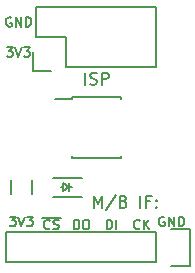
<source format=gbr>
G04 #@! TF.FileFunction,Legend,Top*
%FSLAX46Y46*%
G04 Gerber Fmt 4.6, Leading zero omitted, Abs format (unit mm)*
G04 Created by KiCad (PCBNEW 4.0.1-stable) date Thu 28 Jan 2016 04:51:10 PM EET*
%MOMM*%
G01*
G04 APERTURE LIST*
%ADD10C,0.100000*%
%ADD11C,0.200000*%
%ADD12C,0.150000*%
G04 APERTURE END LIST*
D10*
D11*
X148360143Y-117292381D02*
X148360143Y-116292381D01*
X148693477Y-117006667D01*
X149026810Y-116292381D01*
X149026810Y-117292381D01*
X150217286Y-116244762D02*
X149360143Y-117530476D01*
X150883953Y-116768571D02*
X151026810Y-116816190D01*
X151074429Y-116863810D01*
X151122048Y-116959048D01*
X151122048Y-117101905D01*
X151074429Y-117197143D01*
X151026810Y-117244762D01*
X150931572Y-117292381D01*
X150550619Y-117292381D01*
X150550619Y-116292381D01*
X150883953Y-116292381D01*
X150979191Y-116340000D01*
X151026810Y-116387619D01*
X151074429Y-116482857D01*
X151074429Y-116578095D01*
X151026810Y-116673333D01*
X150979191Y-116720952D01*
X150883953Y-116768571D01*
X150550619Y-116768571D01*
X152312524Y-117292381D02*
X152312524Y-116292381D01*
X153122048Y-116768571D02*
X152788714Y-116768571D01*
X152788714Y-117292381D02*
X152788714Y-116292381D01*
X153264905Y-116292381D01*
X153645857Y-117197143D02*
X153693476Y-117244762D01*
X153645857Y-117292381D01*
X153598238Y-117244762D01*
X153645857Y-117197143D01*
X153645857Y-117292381D01*
X153645857Y-116673333D02*
X153693476Y-116720952D01*
X153645857Y-116768571D01*
X153598238Y-116720952D01*
X153645857Y-116673333D01*
X153645857Y-116768571D01*
X147613810Y-106878381D02*
X147613810Y-105878381D01*
X148042381Y-106830762D02*
X148185238Y-106878381D01*
X148423334Y-106878381D01*
X148518572Y-106830762D01*
X148566191Y-106783143D01*
X148613810Y-106687905D01*
X148613810Y-106592667D01*
X148566191Y-106497429D01*
X148518572Y-106449810D01*
X148423334Y-106402190D01*
X148232857Y-106354571D01*
X148137619Y-106306952D01*
X148090000Y-106259333D01*
X148042381Y-106164095D01*
X148042381Y-106068857D01*
X148090000Y-105973619D01*
X148137619Y-105926000D01*
X148232857Y-105878381D01*
X148470953Y-105878381D01*
X148613810Y-105926000D01*
X149042381Y-106878381D02*
X149042381Y-105878381D01*
X149423334Y-105878381D01*
X149518572Y-105926000D01*
X149566191Y-105973619D01*
X149613810Y-106068857D01*
X149613810Y-106211714D01*
X149566191Y-106306952D01*
X149518572Y-106354571D01*
X149423334Y-106402190D01*
X149042381Y-106402190D01*
X141376477Y-101200000D02*
X141300286Y-101161905D01*
X141186001Y-101161905D01*
X141071715Y-101200000D01*
X140995524Y-101276190D01*
X140957429Y-101352381D01*
X140919334Y-101504762D01*
X140919334Y-101619048D01*
X140957429Y-101771429D01*
X140995524Y-101847619D01*
X141071715Y-101923810D01*
X141186001Y-101961905D01*
X141262191Y-101961905D01*
X141376477Y-101923810D01*
X141414572Y-101885714D01*
X141414572Y-101619048D01*
X141262191Y-101619048D01*
X141757429Y-101961905D02*
X141757429Y-101161905D01*
X142214572Y-101961905D01*
X142214572Y-101161905D01*
X142595524Y-101961905D02*
X142595524Y-101161905D01*
X142786000Y-101161905D01*
X142900286Y-101200000D01*
X142976477Y-101276190D01*
X143014572Y-101352381D01*
X143052667Y-101504762D01*
X143052667Y-101619048D01*
X143014572Y-101771429D01*
X142976477Y-101847619D01*
X142900286Y-101923810D01*
X142786000Y-101961905D01*
X142595524Y-101961905D01*
X140995524Y-103701905D02*
X141490762Y-103701905D01*
X141224095Y-104006667D01*
X141338381Y-104006667D01*
X141414571Y-104044762D01*
X141452667Y-104082857D01*
X141490762Y-104159048D01*
X141490762Y-104349524D01*
X141452667Y-104425714D01*
X141414571Y-104463810D01*
X141338381Y-104501905D01*
X141109809Y-104501905D01*
X141033619Y-104463810D01*
X140995524Y-104425714D01*
X141719333Y-103701905D02*
X141986000Y-104501905D01*
X142252667Y-103701905D01*
X142443143Y-103701905D02*
X142938381Y-103701905D01*
X142671714Y-104006667D01*
X142786000Y-104006667D01*
X142862190Y-104044762D01*
X142900286Y-104082857D01*
X142938381Y-104159048D01*
X142938381Y-104349524D01*
X142900286Y-104425714D01*
X142862190Y-104463810D01*
X142786000Y-104501905D01*
X142557428Y-104501905D01*
X142481238Y-104463810D01*
X142443143Y-104425714D01*
X154330477Y-118091000D02*
X154254286Y-118052905D01*
X154140001Y-118052905D01*
X154025715Y-118091000D01*
X153949524Y-118167190D01*
X153911429Y-118243381D01*
X153873334Y-118395762D01*
X153873334Y-118510048D01*
X153911429Y-118662429D01*
X153949524Y-118738619D01*
X154025715Y-118814810D01*
X154140001Y-118852905D01*
X154216191Y-118852905D01*
X154330477Y-118814810D01*
X154368572Y-118776714D01*
X154368572Y-118510048D01*
X154216191Y-118510048D01*
X154711429Y-118852905D02*
X154711429Y-118052905D01*
X155168572Y-118852905D01*
X155168572Y-118052905D01*
X155549524Y-118852905D02*
X155549524Y-118052905D01*
X155740000Y-118052905D01*
X155854286Y-118091000D01*
X155930477Y-118167190D01*
X155968572Y-118243381D01*
X156006667Y-118395762D01*
X156006667Y-118510048D01*
X155968572Y-118662429D01*
X155930477Y-118738619D01*
X155854286Y-118814810D01*
X155740000Y-118852905D01*
X155549524Y-118852905D01*
X152247619Y-119030714D02*
X152209524Y-119068810D01*
X152095238Y-119106905D01*
X152019048Y-119106905D01*
X151904762Y-119068810D01*
X151828571Y-118992619D01*
X151790476Y-118916429D01*
X151752381Y-118764048D01*
X151752381Y-118649762D01*
X151790476Y-118497381D01*
X151828571Y-118421190D01*
X151904762Y-118345000D01*
X152019048Y-118306905D01*
X152095238Y-118306905D01*
X152209524Y-118345000D01*
X152247619Y-118383095D01*
X152590476Y-119106905D02*
X152590476Y-118306905D01*
X153047619Y-119106905D02*
X152704762Y-118649762D01*
X153047619Y-118306905D02*
X152590476Y-118764048D01*
X149460000Y-119106905D02*
X149460000Y-118306905D01*
X149650476Y-118306905D01*
X149764762Y-118345000D01*
X149840953Y-118421190D01*
X149879048Y-118497381D01*
X149917143Y-118649762D01*
X149917143Y-118764048D01*
X149879048Y-118916429D01*
X149840953Y-118992619D01*
X149764762Y-119068810D01*
X149650476Y-119106905D01*
X149460000Y-119106905D01*
X150260000Y-119106905D02*
X150260000Y-118306905D01*
X146691429Y-119106905D02*
X146691429Y-118306905D01*
X146881905Y-118306905D01*
X146996191Y-118345000D01*
X147072382Y-118421190D01*
X147110477Y-118497381D01*
X147148572Y-118649762D01*
X147148572Y-118764048D01*
X147110477Y-118916429D01*
X147072382Y-118992619D01*
X146996191Y-119068810D01*
X146881905Y-119106905D01*
X146691429Y-119106905D01*
X147643810Y-118306905D02*
X147796191Y-118306905D01*
X147872382Y-118345000D01*
X147948572Y-118421190D01*
X147986667Y-118573571D01*
X147986667Y-118840238D01*
X147948572Y-118992619D01*
X147872382Y-119068810D01*
X147796191Y-119106905D01*
X147643810Y-119106905D01*
X147567620Y-119068810D01*
X147491429Y-118992619D01*
X147453334Y-118840238D01*
X147453334Y-118573571D01*
X147491429Y-118421190D01*
X147567620Y-118345000D01*
X147643810Y-118306905D01*
X144646667Y-119030714D02*
X144608572Y-119068810D01*
X144494286Y-119106905D01*
X144418096Y-119106905D01*
X144303810Y-119068810D01*
X144227619Y-118992619D01*
X144189524Y-118916429D01*
X144151429Y-118764048D01*
X144151429Y-118649762D01*
X144189524Y-118497381D01*
X144227619Y-118421190D01*
X144303810Y-118345000D01*
X144418096Y-118306905D01*
X144494286Y-118306905D01*
X144608572Y-118345000D01*
X144646667Y-118383095D01*
X144951429Y-119068810D02*
X145065715Y-119106905D01*
X145256191Y-119106905D01*
X145332381Y-119068810D01*
X145370477Y-119030714D01*
X145408572Y-118954524D01*
X145408572Y-118878333D01*
X145370477Y-118802143D01*
X145332381Y-118764048D01*
X145256191Y-118725952D01*
X145103810Y-118687857D01*
X145027619Y-118649762D01*
X144989524Y-118611667D01*
X144951429Y-118535476D01*
X144951429Y-118459286D01*
X144989524Y-118383095D01*
X145027619Y-118345000D01*
X145103810Y-118306905D01*
X145294286Y-118306905D01*
X145408572Y-118345000D01*
X143999048Y-118169000D02*
X145560953Y-118169000D01*
X141249524Y-118052905D02*
X141744762Y-118052905D01*
X141478095Y-118357667D01*
X141592381Y-118357667D01*
X141668571Y-118395762D01*
X141706667Y-118433857D01*
X141744762Y-118510048D01*
X141744762Y-118700524D01*
X141706667Y-118776714D01*
X141668571Y-118814810D01*
X141592381Y-118852905D01*
X141363809Y-118852905D01*
X141287619Y-118814810D01*
X141249524Y-118776714D01*
X141973333Y-118052905D02*
X142240000Y-118852905D01*
X142506667Y-118052905D01*
X142697143Y-118052905D02*
X143192381Y-118052905D01*
X142925714Y-118357667D01*
X143040000Y-118357667D01*
X143116190Y-118395762D01*
X143154286Y-118433857D01*
X143192381Y-118510048D01*
X143192381Y-118700524D01*
X143154286Y-118776714D01*
X143116190Y-118814810D01*
X143040000Y-118852905D01*
X142811428Y-118852905D01*
X142735238Y-118814810D01*
X142697143Y-118776714D01*
D12*
X146515000Y-107915000D02*
X146515000Y-108060000D01*
X150665000Y-107915000D02*
X150665000Y-108060000D01*
X150665000Y-113065000D02*
X150665000Y-112920000D01*
X146515000Y-113065000D02*
X146515000Y-112920000D01*
X146515000Y-107915000D02*
X150665000Y-107915000D01*
X146515000Y-113065000D02*
X150665000Y-113065000D01*
X146515000Y-108060000D02*
X145115000Y-108060000D01*
X145800000Y-115570000D02*
X145550000Y-115570000D01*
X146300000Y-115570000D02*
X146550000Y-115570000D01*
X146300000Y-115570000D02*
X145800000Y-115920000D01*
X145800000Y-115920000D02*
X145800000Y-115220000D01*
X145800000Y-115220000D02*
X146300000Y-115570000D01*
X146300000Y-115920000D02*
X146300000Y-115220000D01*
X147350000Y-114770000D02*
X144950000Y-114770000D01*
X147350000Y-116370000D02*
X144950000Y-116370000D01*
X146050000Y-105410000D02*
X153670000Y-105410000D01*
X153670000Y-105410000D02*
X153670000Y-100330000D01*
X153670000Y-100330000D02*
X143510000Y-100330000D01*
X143510000Y-100330000D02*
X143510000Y-102870000D01*
X143230000Y-104140000D02*
X143230000Y-105690000D01*
X143510000Y-102870000D02*
X146050000Y-102870000D01*
X146050000Y-102870000D02*
X146050000Y-105410000D01*
X143230000Y-105690000D02*
X144780000Y-105690000D01*
X153670000Y-119380000D02*
X140970000Y-119380000D01*
X140970000Y-119380000D02*
X140970000Y-121920000D01*
X140970000Y-121920000D02*
X153670000Y-121920000D01*
X156490000Y-119100000D02*
X154940000Y-119100000D01*
X153670000Y-119380000D02*
X153670000Y-121920000D01*
X154940000Y-122200000D02*
X156490000Y-122200000D01*
X156490000Y-122200000D02*
X156490000Y-119100000D01*
X141365000Y-116170000D02*
X141365000Y-114970000D01*
X143115000Y-114970000D02*
X143115000Y-116170000D01*
M02*

</source>
